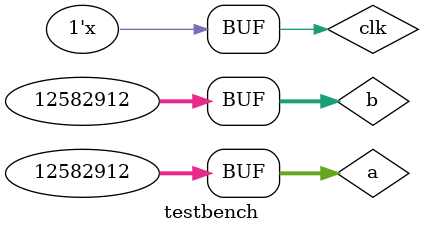
<source format=v>
module testbench();
reg [31:0] a,b;
reg clk;
wire [31:0] out;
fpadd test(a,b,clk,out);
initial 
begin 
a=32'b00000000110000000000000000000000;
b=32'b00000000110000000000000000000000;
clk=1'b0;
end
always #10 clk=!clk;
endmodule
</source>
